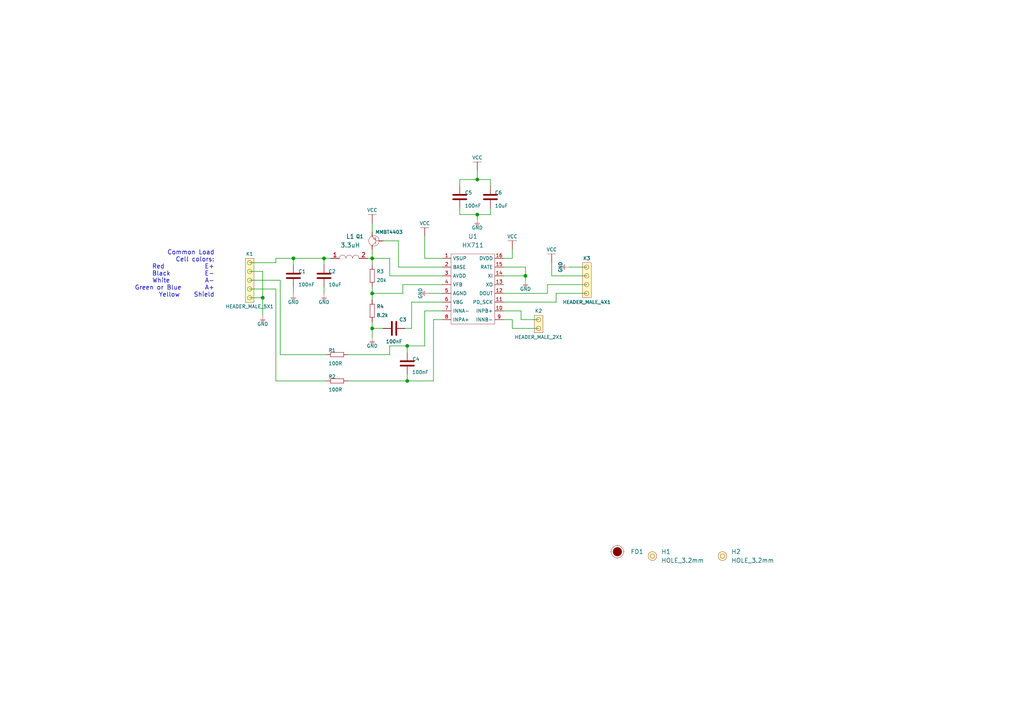
<source format=kicad_sch>
(kicad_sch (version 20210126) (generator eeschema)

  (paper "A4")

  (lib_symbols
    (symbol "e-radionica.com schematics:0603C" (pin_numbers hide) (pin_names (offset 0.002)) (in_bom yes) (on_board yes)
      (property "Reference" "C" (id 0) (at -0.635 3.175 0)
        (effects (font (size 1 1)))
      )
      (property "Value" "0603C" (id 1) (at 0 -3.175 0)
        (effects (font (size 1 1)))
      )
      (property "Footprint" "e-radionica.com footprinti:0603C" (id 2) (at 0 0 0)
        (effects (font (size 1 1)) hide)
      )
      (property "Datasheet" "" (id 3) (at 0 0 0)
        (effects (font (size 1 1)) hide)
      )
      (symbol "0603C_0_1"
        (polyline
          (pts
            (xy -0.635 1.905)
            (xy -0.635 -1.905)
          )
          (stroke (width 0.5)) (fill (type none))
        )
        (polyline
          (pts
            (xy 0.635 1.905)
            (xy 0.635 -1.905)
          )
          (stroke (width 0.5)) (fill (type none))
        )
      )
      (symbol "0603C_1_1"
        (pin passive line (at 3.175 0 180) (length 2.54)
          (name "~" (effects (font (size 1.27 1.27))))
          (number "2" (effects (font (size 1.27 1.27))))
        )
        (pin passive line (at -3.175 0 0) (length 2.54)
          (name "~" (effects (font (size 1.27 1.27))))
          (number "1" (effects (font (size 1.27 1.27))))
        )
      )
    )
    (symbol "e-radionica.com schematics:0603L" (in_bom yes) (on_board yes)
      (property "Reference" "L" (id 0) (at 0 1.905 0)
        (effects (font (size 1.27 1.27)))
      )
      (property "Value" "0603L" (id 1) (at 0 -1.27 0)
        (effects (font (size 1.27 1.27)))
      )
      (property "Footprint" "e-radionica.com footprinti:0603L" (id 2) (at 0 -1.27 0)
        (effects (font (size 1.27 1.27)) hide)
      )
      (property "Datasheet" "" (id 3) (at 0 -1.27 0)
        (effects (font (size 1.27 1.27)) hide)
      )
      (symbol "0603L_0_1"
        (arc (start -3.175 0) (end -1.27 0) (radius (at -2.2225 -0.0138) (length 0.9526) (angles 179.2 0.8))
          (stroke (width 0.0006)) (fill (type none))
        )
        (arc (start -1.27 0) (end 0.635 0) (radius (at -0.3175 -0.0138) (length 0.9526) (angles 179.2 0.8))
          (stroke (width 0.0006)) (fill (type none))
        )
        (arc (start 0.635 0) (end 2.54 0) (radius (at 1.5875 -0.0138) (length 0.9526) (angles 179.2 0.8))
          (stroke (width 0.0006)) (fill (type none))
        )
      )
      (symbol "0603L_1_1"
        (pin passive line (at -5.715 0 0) (length 2.54)
          (name "" (effects (font (size 1.27 1.27))))
          (number "1" (effects (font (size 1.27 1.27))))
        )
        (pin passive line (at 5.08 0 180) (length 2.54)
          (name "" (effects (font (size 1.27 1.27))))
          (number "2" (effects (font (size 1.27 1.27))))
        )
      )
    )
    (symbol "e-radionica.com schematics:0603R" (pin_numbers hide) (pin_names (offset 0.254)) (in_bom yes) (on_board yes)
      (property "Reference" "R" (id 0) (at -1.905 1.905 0)
        (effects (font (size 1 1)))
      )
      (property "Value" "0603R" (id 1) (at 0 -1.905 0)
        (effects (font (size 1 1)))
      )
      (property "Footprint" "e-radionica.com footprinti:0603R" (id 2) (at -0.635 1.905 0)
        (effects (font (size 1 1)) hide)
      )
      (property "Datasheet" "" (id 3) (at -0.635 1.905 0)
        (effects (font (size 1 1)) hide)
      )
      (symbol "0603R_0_1"
        (rectangle (start -1.905 0.635) (end -1.8796 -0.635)
          (stroke (width 0.1)) (fill (type none))
        )
        (rectangle (start -1.905 0.635) (end 1.905 0.6096)
          (stroke (width 0.1)) (fill (type none))
        )
        (rectangle (start -1.905 -0.635) (end 1.905 -0.6604)
          (stroke (width 0.1)) (fill (type none))
        )
        (rectangle (start 1.905 0.635) (end 1.9304 -0.635)
          (stroke (width 0.1)) (fill (type none))
        )
      )
      (symbol "0603R_1_1"
        (pin passive line (at -3.175 0 0) (length 1.27)
          (name "~" (effects (font (size 1.27 1.27))))
          (number "1" (effects (font (size 1.27 1.27))))
        )
        (pin passive line (at 3.175 0 180) (length 1.27)
          (name "~" (effects (font (size 1.27 1.27))))
          (number "2" (effects (font (size 1.27 1.27))))
        )
      )
    )
    (symbol "e-radionica.com schematics:1206C" (pin_numbers hide) (in_bom yes) (on_board yes)
      (property "Reference" "C" (id 0) (at -0.635 3.175 0)
        (effects (font (size 1 1)))
      )
      (property "Value" "1206C" (id 1) (at 0 -3.175 0)
        (effects (font (size 1 1)))
      )
      (property "Footprint" "e-radionica.com footprinti:1206C" (id 2) (at 0 0 0)
        (effects (font (size 1 1)) hide)
      )
      (property "Datasheet" "" (id 3) (at 0 0 0)
        (effects (font (size 1 1)) hide)
      )
      (symbol "1206C_0_1"
        (polyline
          (pts
            (xy -0.635 1.905)
            (xy -0.635 -1.905)
          )
          (stroke (width 0.5)) (fill (type none))
        )
        (polyline
          (pts
            (xy 0.635 1.905)
            (xy 0.635 -1.905)
          )
          (stroke (width 0.5)) (fill (type none))
        )
      )
      (symbol "1206C_1_1"
        (pin passive line (at 3.175 0 180) (length 2.54)
          (name "~" (effects (font (size 1.27 1.27))))
          (number "2" (effects (font (size 1.27 1.27))))
        )
        (pin passive line (at -3.175 0 0) (length 2.54)
          (name "~" (effects (font (size 1.27 1.27))))
          (number "1" (effects (font (size 1.27 1.27))))
        )
      )
    )
    (symbol "e-radionica.com schematics:Fiducial_Stencil" (pin_numbers hide) (pin_names hide) (in_bom yes) (on_board yes)
      (property "Reference" "FD?" (id 0) (at 0 3.048 0)
        (effects (font (size 1.27 1.27)))
      )
      (property "Value" "Fiducial_Stencil" (id 1) (at 0 -2.794 0)
        (effects (font (size 1.27 1.27)) hide)
      )
      (property "Footprint" "e-radionica.com footprinti:FIDUCIAL_1MM_PASTE" (id 2) (at 0 -6.35 0)
        (effects (font (size 1.27 1.27)) hide)
      )
      (property "Datasheet" "" (id 3) (at 0 0 0)
        (effects (font (size 1.27 1.27)) hide)
      )
      (symbol "Fiducial_Stencil_0_1"
        (circle (center 0 0) (radius 1.7961) (stroke (width 0.0006)) (fill (type none)))
        (circle (center 0 0) (radius 1.27) (stroke (width 0.001)) (fill (type outline)))
        (polyline
          (pts
            (xy 1.778 0)
            (xy 2.032 0)
          )
          (stroke (width 0.0006)) (fill (type none))
        )
        (polyline
          (pts
            (xy 0 1.778)
            (xy 0 2.032)
          )
          (stroke (width 0.0006)) (fill (type none))
        )
        (polyline
          (pts
            (xy -1.778 0)
            (xy -2.032 0)
          )
          (stroke (width 0.0006)) (fill (type none))
        )
        (polyline
          (pts
            (xy 0 -1.778)
            (xy 0 -2.032)
          )
          (stroke (width 0.0006)) (fill (type none))
        )
      )
    )
    (symbol "e-radionica.com schematics:GND" (power) (pin_names (offset 0)) (in_bom yes) (on_board yes)
      (property "Reference" "#PWR" (id 0) (at 4.445 0 0)
        (effects (font (size 1 1)) hide)
      )
      (property "Value" "GND" (id 1) (at 0 -2.921 0)
        (effects (font (size 1 1)))
      )
      (property "Footprint" "" (id 2) (at 4.445 3.81 0)
        (effects (font (size 1 1)) hide)
      )
      (property "Datasheet" "" (id 3) (at 4.445 3.81 0)
        (effects (font (size 1 1)) hide)
      )
      (property "ki_keywords" "power-flag" (id 4) (at 0 0 0)
        (effects (font (size 1.27 1.27)) hide)
      )
      (property "ki_description" "Power symbol creates a global label with name \"+3V3\"" (id 5) (at 0 0 0)
        (effects (font (size 1.27 1.27)) hide)
      )
      (symbol "GND_0_1"
        (polyline
          (pts
            (xy 0 0)
            (xy 0 -1.27)
          )
          (stroke (width 0.0006)) (fill (type none))
        )
        (polyline
          (pts
            (xy -0.762 -1.27)
            (xy 0.762 -1.27)
          )
          (stroke (width 0.0006)) (fill (type none))
        )
        (polyline
          (pts
            (xy -0.381 -1.778)
            (xy 0.381 -1.778)
          )
          (stroke (width 0.0006)) (fill (type none))
        )
        (polyline
          (pts
            (xy -0.127 -2.032)
            (xy 0.127 -2.032)
          )
          (stroke (width 0.0006)) (fill (type none))
        )
        (polyline
          (pts
            (xy -0.635 -1.524)
            (xy 0.635 -1.524)
          )
          (stroke (width 0.0006)) (fill (type none))
        )
      )
      (symbol "GND_1_1"
        (pin power_in line (at 0 0 270) (length 0) hide
          (name "GND" (effects (font (size 1.27 1.27))))
          (number "1" (effects (font (size 1.27 1.27))))
        )
      )
    )
    (symbol "e-radionica.com schematics:HEADER_MALE_2X1" (pin_numbers hide) (pin_names hide) (in_bom yes) (on_board yes)
      (property "Reference" "K" (id 0) (at -1.27 5.08 0)
        (effects (font (size 1 1)))
      )
      (property "Value" "HEADER_MALE_2X1" (id 1) (at 0 -2.54 0)
        (effects (font (size 1 1)))
      )
      (property "Footprint" "e-radionica.com footprinti:HEADER_MALE_2X1" (id 2) (at 0 0 0)
        (effects (font (size 1 1)) hide)
      )
      (property "Datasheet" "" (id 3) (at 0 0 0)
        (effects (font (size 1 1)) hide)
      )
      (symbol "HEADER_MALE_2X1_0_1"
        (circle (center 0 2.54) (radius 0.635) (stroke (width 0.0006)) (fill (type none)))
        (circle (center 0 0) (radius 0.635) (stroke (width 0.0006)) (fill (type none)))
        (rectangle (start 1.27 -1.27) (end -1.27 3.81)
          (stroke (width 0.001)) (fill (type background))
        )
      )
      (symbol "HEADER_MALE_2X1_1_1"
        (pin passive line (at 0 0 180) (length 0)
          (name "~" (effects (font (size 1 1))))
          (number "1" (effects (font (size 1 1))))
        )
        (pin passive line (at 0 2.54 180) (length 0)
          (name "~" (effects (font (size 1 1))))
          (number "2" (effects (font (size 1 1))))
        )
      )
    )
    (symbol "e-radionica.com schematics:HEADER_MALE_4X1" (pin_numbers hide) (pin_names hide) (in_bom yes) (on_board yes)
      (property "Reference" "K" (id 0) (at -0.635 7.62 0)
        (effects (font (size 1 1)))
      )
      (property "Value" "HEADER_MALE_4X1" (id 1) (at 0 -5.08 0)
        (effects (font (size 1 1)))
      )
      (property "Footprint" "e-radionica.com footprinti:HEADER_MALE_4X1" (id 2) (at 0 -2.54 0)
        (effects (font (size 1 1)) hide)
      )
      (property "Datasheet" "" (id 3) (at 0 -2.54 0)
        (effects (font (size 1 1)) hide)
      )
      (symbol "HEADER_MALE_4X1_0_1"
        (circle (center 0 -2.54) (radius 0.635) (stroke (width 0.0006)) (fill (type none)))
        (circle (center 0 0) (radius 0.635) (stroke (width 0.0006)) (fill (type none)))
        (circle (center 0 2.54) (radius 0.635) (stroke (width 0.0006)) (fill (type none)))
        (circle (center 0 5.08) (radius 0.635) (stroke (width 0.0006)) (fill (type none)))
        (rectangle (start 1.27 -3.81) (end -1.27 6.35)
          (stroke (width 0.001)) (fill (type background))
        )
      )
      (symbol "HEADER_MALE_4X1_1_1"
        (pin passive line (at 0 -2.54 180) (length 0)
          (name "~" (effects (font (size 1 1))))
          (number "1" (effects (font (size 1 1))))
        )
        (pin passive line (at 0 0 180) (length 0)
          (name "~" (effects (font (size 1 1))))
          (number "2" (effects (font (size 1 1))))
        )
        (pin passive line (at 0 2.54 180) (length 0)
          (name "~" (effects (font (size 1 1))))
          (number "3" (effects (font (size 1 1))))
        )
        (pin passive line (at 0 5.08 180) (length 0)
          (name "~" (effects (font (size 1 1))))
          (number "4" (effects (font (size 1 1))))
        )
      )
    )
    (symbol "e-radionica.com schematics:HEADER_MALE_5X1" (pin_numbers hide) (pin_names hide) (in_bom yes) (on_board yes)
      (property "Reference" "K" (id 0) (at -0.635 7.62 0)
        (effects (font (size 1 1)))
      )
      (property "Value" "HEADER_MALE_5X1" (id 1) (at 0.635 -7.62 0)
        (effects (font (size 1 1)))
      )
      (property "Footprint" "e-radionica.com footprinti:HEADER_MALE_5X1" (id 2) (at 0 0 0)
        (effects (font (size 1 1)) hide)
      )
      (property "Datasheet" "" (id 3) (at 0 0 0)
        (effects (font (size 1 1)) hide)
      )
      (symbol "HEADER_MALE_5X1_0_1"
        (circle (center 0 -5.08) (radius 0.635) (stroke (width 0.0006)) (fill (type none)))
        (circle (center 0 -2.54) (radius 0.635) (stroke (width 0.0006)) (fill (type none)))
        (circle (center 0 0) (radius 0.635) (stroke (width 0.0006)) (fill (type none)))
        (circle (center 0 2.54) (radius 0.635) (stroke (width 0.0006)) (fill (type none)))
        (circle (center 0 5.08) (radius 0.635) (stroke (width 0.0006)) (fill (type none)))
        (rectangle (start -1.27 6.35) (end 1.27 -6.35)
          (stroke (width 0.001)) (fill (type background))
        )
      )
      (symbol "HEADER_MALE_5X1_1_1"
        (pin passive line (at 0 -5.08 180) (length 0)
          (name "~" (effects (font (size 1 1))))
          (number "1" (effects (font (size 1 1))))
        )
        (pin passive line (at 0 -2.54 180) (length 0)
          (name "~" (effects (font (size 1 1))))
          (number "2" (effects (font (size 1 1))))
        )
        (pin passive line (at 0 0 180) (length 0)
          (name "~" (effects (font (size 1 1))))
          (number "3" (effects (font (size 1 1))))
        )
        (pin passive line (at 0 2.54 180) (length 0)
          (name "~" (effects (font (size 1 1))))
          (number "4" (effects (font (size 1 1))))
        )
        (pin passive line (at 0 5.08 180) (length 0)
          (name "~" (effects (font (size 0.991 0.991))))
          (number "5" (effects (font (size 0.991 0.991))))
        )
      )
    )
    (symbol "e-radionica.com schematics:HOLE_3.2mm" (pin_numbers hide) (pin_names hide) (in_bom yes) (on_board yes)
      (property "Reference" "H" (id 0) (at 0 2.54 0)
        (effects (font (size 1.27 1.27)))
      )
      (property "Value" "HOLE_3.2mm" (id 1) (at 0 -2.54 0)
        (effects (font (size 1.27 1.27)))
      )
      (property "Footprint" "e-radionica.com footprinti:HOLE_3.2mm" (id 2) (at 0 0 0)
        (effects (font (size 1.27 1.27)) hide)
      )
      (property "Datasheet" "" (id 3) (at 0 0 0)
        (effects (font (size 1.27 1.27)) hide)
      )
      (symbol "HOLE_3.2mm_0_1"
        (circle (center 0 0) (radius 1.27) (stroke (width 0.001)) (fill (type background)))
        (circle (center 0 0) (radius 0.635) (stroke (width 0.0006)) (fill (type none)))
      )
    )
    (symbol "e-radionica.com schematics:HX711" (in_bom yes) (on_board yes)
      (property "Reference" "U" (id 0) (at -1.27 7.62 0)
        (effects (font (size 1.27 1.27)))
      )
      (property "Value" "HX711" (id 1) (at 0 -11.43 0)
        (effects (font (size 1.27 1.27)))
      )
      (property "Footprint" "e-radionica.com footprinti:SOP-16" (id 2) (at -1.27 0 0)
        (effects (font (size 1.27 1.27)) hide)
      )
      (property "Datasheet" "" (id 3) (at 0 -5.08 0)
        (effects (font (size 1.27 1.27)) hide)
      )
      (symbol "HX711_0_1"
        (rectangle (start -6.35 10.16) (end 6.35 -10.16)
          (stroke (width 0.0006)) (fill (type none))
        )
      )
      (symbol "HX711_1_1"
        (pin power_in line (at -8.89 8.89 0) (length 2.54)
          (name "VSUP" (effects (font (size 1 1))))
          (number "1" (effects (font (size 1 1))))
        )
        (pin output line (at -8.89 6.35 0) (length 2.54)
          (name "BASE" (effects (font (size 1 1))))
          (number "2" (effects (font (size 1 1))))
        )
        (pin power_in line (at -8.89 3.81 0) (length 2.54)
          (name "AVDD" (effects (font (size 1 1))))
          (number "3" (effects (font (size 1 1))))
        )
        (pin input line (at -8.89 1.27 0) (length 2.54)
          (name "VFB" (effects (font (size 1 1))))
          (number "4" (effects (font (size 1 1))))
        )
        (pin passive line (at -8.89 -1.27 0) (length 2.54)
          (name "AGND" (effects (font (size 1 1))))
          (number "5" (effects (font (size 1 1))))
        )
        (pin output line (at -8.89 -3.81 0) (length 2.54)
          (name "VBG" (effects (font (size 1 1))))
          (number "6" (effects (font (size 1 1))))
        )
        (pin input line (at -8.89 -6.35 0) (length 2.54)
          (name "INNA-" (effects (font (size 1 1))))
          (number "7" (effects (font (size 1 1))))
        )
        (pin input line (at -8.89 -8.89 0) (length 2.54)
          (name "INPA+" (effects (font (size 1 1))))
          (number "8" (effects (font (size 1 1))))
        )
        (pin input line (at 8.89 -8.89 180) (length 2.54)
          (name "INNB-" (effects (font (size 1 1))))
          (number "9" (effects (font (size 1 1))))
        )
        (pin input line (at 8.89 -6.35 180) (length 2.54)
          (name "INPB+" (effects (font (size 1 1))))
          (number "10" (effects (font (size 1 1))))
        )
        (pin input line (at 8.89 -3.81 180) (length 2.54)
          (name "PD_SCK" (effects (font (size 1 1))))
          (number "11" (effects (font (size 1 1))))
        )
        (pin output line (at 8.89 -1.27 180) (length 2.54)
          (name "DOUT" (effects (font (size 1 1))))
          (number "12" (effects (font (size 1 1))))
        )
        (pin input line (at 8.89 1.27 180) (length 2.54)
          (name "XO" (effects (font (size 1 1))))
          (number "13" (effects (font (size 1 1))))
        )
        (pin input line (at 8.89 3.81 180) (length 2.54)
          (name "XI" (effects (font (size 1 1))))
          (number "14" (effects (font (size 1 1))))
        )
        (pin input line (at 8.89 6.35 180) (length 2.54)
          (name "RATE" (effects (font (size 1 1))))
          (number "15" (effects (font (size 1 1))))
        )
        (pin power_in line (at 8.89 8.89 180) (length 2.54)
          (name "DVDD" (effects (font (size 1 1))))
          (number "16" (effects (font (size 1 1))))
        )
      )
    )
    (symbol "e-radionica.com schematics:PNP-SOT-23-3" (pin_numbers hide) (pin_names hide) (in_bom yes) (on_board yes)
      (property "Reference" "Q" (id 0) (at -1.778 2.4892 0)
        (effects (font (size 1 1)))
      )
      (property "Value" "PNP-SOT-23-3" (id 1) (at -0.0508 -2.9464 0)
        (effects (font (size 1 1)))
      )
      (property "Footprint" "e-radionica.com footprinti:SOT-23-3" (id 2) (at 0 0 0)
        (effects (font (size 1 1)) hide)
      )
      (property "Datasheet" "" (id 3) (at 0 0 0)
        (effects (font (size 1 1)) hide)
      )
      (symbol "PNP-SOT-23-3_0_1"
        (circle (center -0.508 0) (radius 1.524) (stroke (width 0.0006)) (fill (type none)))
        (polyline
          (pts
            (xy -1.016 1.016)
            (xy -1.016 -1.016)
          )
          (stroke (width 0.0006)) (fill (type none))
        )
        (polyline
          (pts
            (xy -1.016 0.381)
            (xy 0 1.27)
          )
          (stroke (width 0.0006)) (fill (type none))
        )
        (polyline
          (pts
            (xy -0.508 -0.762)
            (xy 0 -1.27)
          )
          (stroke (width 0.1)) (fill (type none))
        )
        (polyline
          (pts
            (xy -2.032 0)
            (xy -1.016 0)
          )
          (stroke (width 0.0006)) (fill (type none))
        )
        (polyline
          (pts
            (xy -0.381 -0.508)
            (xy -0.762 -0.889)
            (xy -0.9906 -0.2794)
            (xy -0.381 -0.508)
          )
          (stroke (width 0.0006)) (fill (type none))
        )
      )
      (symbol "PNP-SOT-23-3_1_1"
        (pin passive line (at -3.175 0 0) (length 1.27)
          (name "B" (effects (font (size 1 1))))
          (number "1" (effects (font (size 1 1))))
        )
        (pin passive line (at 0 -2.54 90) (length 1.27)
          (name "E" (effects (font (size 1 1))))
          (number "2" (effects (font (size 1 1))))
        )
        (pin passive line (at 0 2.54 270) (length 1.27)
          (name "C" (effects (font (size 1 1))))
          (number "3" (effects (font (size 1 1))))
        )
      )
    )
    (symbol "e-radionica.com schematics:VCC" (power) (pin_names (offset 0)) (in_bom yes) (on_board yes)
      (property "Reference" "#PWR" (id 0) (at 4.445 0 0)
        (effects (font (size 1 1)) hide)
      )
      (property "Value" "VCC" (id 1) (at 0 3.556 0)
        (effects (font (size 1 1)))
      )
      (property "Footprint" "" (id 2) (at 4.445 3.81 0)
        (effects (font (size 1 1)) hide)
      )
      (property "Datasheet" "" (id 3) (at 4.445 3.81 0)
        (effects (font (size 1 1)) hide)
      )
      (property "ki_keywords" "power-flag" (id 4) (at 0 0 0)
        (effects (font (size 1.27 1.27)) hide)
      )
      (property "ki_description" "Power symbol creates a global label with name \"+3V3\"" (id 5) (at 0 0 0)
        (effects (font (size 1.27 1.27)) hide)
      )
      (symbol "VCC_0_1"
        (polyline
          (pts
            (xy 0 0)
            (xy 0 2.54)
          )
          (stroke (width 0)) (fill (type none))
        )
        (polyline
          (pts
            (xy -1.27 2.54)
            (xy 1.27 2.54)
          )
          (stroke (width 0.0006)) (fill (type none))
        )
      )
      (symbol "VCC_1_1"
        (pin power_in line (at 0 0 90) (length 0) hide
          (name "VCC" (effects (font (size 1.27 1.27))))
          (number "1" (effects (font (size 1.27 1.27))))
        )
      )
    )
  )

  (junction (at 76.2 86.36) (diameter 0.9144) (color 0 0 0 0))
  (junction (at 85.09 74.93) (diameter 0.9144) (color 0 0 0 0))
  (junction (at 93.98 74.93) (diameter 0.9144) (color 0 0 0 0))
  (junction (at 107.95 74.93) (diameter 0.9144) (color 0 0 0 0))
  (junction (at 107.95 85.09) (diameter 0.9144) (color 0 0 0 0))
  (junction (at 107.95 95.25) (diameter 0.9144) (color 0 0 0 0))
  (junction (at 118.11 100.33) (diameter 0.9144) (color 0 0 0 0))
  (junction (at 118.11 110.49) (diameter 0.9144) (color 0 0 0 0))
  (junction (at 138.43 52.07) (diameter 0.9144) (color 0 0 0 0))
  (junction (at 138.43 62.23) (diameter 0.9144) (color 0 0 0 0))
  (junction (at 152.4 80.01) (diameter 0.9144) (color 0 0 0 0))

  (wire (pts (xy 72.39 76.2) (xy 80.01 76.2))
    (stroke (width 0) (type solid) (color 0 0 0 0))
    (uuid 7c4c414e-a41b-4c81-a374-35e829ee6827)
  )
  (wire (pts (xy 72.39 78.74) (xy 76.2 78.74))
    (stroke (width 0) (type solid) (color 0 0 0 0))
    (uuid 3ce15976-d493-45a3-aaeb-2a693e11110f)
  )
  (wire (pts (xy 72.39 81.28) (xy 81.28 81.28))
    (stroke (width 0) (type solid) (color 0 0 0 0))
    (uuid f2e913a3-5ddd-45cd-aed7-938b737c0f23)
  )
  (wire (pts (xy 72.39 83.82) (xy 80.01 83.82))
    (stroke (width 0) (type solid) (color 0 0 0 0))
    (uuid 14e64190-d79d-4da8-ad38-c7d3ad2724c7)
  )
  (wire (pts (xy 72.39 86.36) (xy 76.2 86.36))
    (stroke (width 0) (type solid) (color 0 0 0 0))
    (uuid d56ef627-208a-48ec-a08e-c581703a93a1)
  )
  (wire (pts (xy 76.2 78.74) (xy 76.2 86.36))
    (stroke (width 0) (type solid) (color 0 0 0 0))
    (uuid 3ce15976-d493-45a3-aaeb-2a693e11110f)
  )
  (wire (pts (xy 76.2 86.36) (xy 76.2 91.44))
    (stroke (width 0) (type solid) (color 0 0 0 0))
    (uuid d56ef627-208a-48ec-a08e-c581703a93a1)
  )
  (wire (pts (xy 80.01 74.93) (xy 85.09 74.93))
    (stroke (width 0) (type solid) (color 0 0 0 0))
    (uuid 7c4c414e-a41b-4c81-a374-35e829ee6827)
  )
  (wire (pts (xy 80.01 76.2) (xy 80.01 74.93))
    (stroke (width 0) (type solid) (color 0 0 0 0))
    (uuid 7c4c414e-a41b-4c81-a374-35e829ee6827)
  )
  (wire (pts (xy 80.01 83.82) (xy 80.01 110.49))
    (stroke (width 0) (type solid) (color 0 0 0 0))
    (uuid 14e64190-d79d-4da8-ad38-c7d3ad2724c7)
  )
  (wire (pts (xy 80.01 110.49) (xy 94.615 110.49))
    (stroke (width 0) (type solid) (color 0 0 0 0))
    (uuid 14e64190-d79d-4da8-ad38-c7d3ad2724c7)
  )
  (wire (pts (xy 81.28 102.87) (xy 81.28 81.28))
    (stroke (width 0) (type solid) (color 0 0 0 0))
    (uuid f2e913a3-5ddd-45cd-aed7-938b737c0f23)
  )
  (wire (pts (xy 85.09 74.93) (xy 85.09 76.835))
    (stroke (width 0) (type solid) (color 0 0 0 0))
    (uuid d7725386-2671-418c-9f32-af557b6fc95e)
  )
  (wire (pts (xy 85.09 83.185) (xy 85.09 85.09))
    (stroke (width 0) (type solid) (color 0 0 0 0))
    (uuid 64d3590b-67ef-4375-b5e2-357bfd94987f)
  )
  (wire (pts (xy 93.98 74.93) (xy 85.09 74.93))
    (stroke (width 0) (type solid) (color 0 0 0 0))
    (uuid d7725386-2671-418c-9f32-af557b6fc95e)
  )
  (wire (pts (xy 93.98 74.93) (xy 95.885 74.93))
    (stroke (width 0) (type solid) (color 0 0 0 0))
    (uuid 4445e1fd-edd4-4334-b5de-d25a1ac87cde)
  )
  (wire (pts (xy 93.98 76.835) (xy 93.98 74.93))
    (stroke (width 0) (type solid) (color 0 0 0 0))
    (uuid d7725386-2671-418c-9f32-af557b6fc95e)
  )
  (wire (pts (xy 93.98 83.185) (xy 93.98 85.09))
    (stroke (width 0) (type solid) (color 0 0 0 0))
    (uuid f1914c05-3965-4fc1-b047-be288bc3782c)
  )
  (wire (pts (xy 94.615 102.87) (xy 81.28 102.87))
    (stroke (width 0) (type solid) (color 0 0 0 0))
    (uuid f2e913a3-5ddd-45cd-aed7-938b737c0f23)
  )
  (wire (pts (xy 100.965 102.87) (xy 113.03 102.87))
    (stroke (width 0) (type solid) (color 0 0 0 0))
    (uuid 09cfa63d-d432-47f3-8cc1-c3bfb0572eda)
  )
  (wire (pts (xy 100.965 110.49) (xy 118.11 110.49))
    (stroke (width 0) (type solid) (color 0 0 0 0))
    (uuid a0ece2eb-d32e-45d0-996a-eb243bc53f87)
  )
  (wire (pts (xy 106.68 74.93) (xy 107.95 74.93))
    (stroke (width 0) (type solid) (color 0 0 0 0))
    (uuid ebb722ca-f31f-4af4-b4e8-fde734303880)
  )
  (wire (pts (xy 107.95 64.77) (xy 107.95 67.31))
    (stroke (width 0) (type solid) (color 0 0 0 0))
    (uuid 39b7ecde-455c-4471-b720-bf1e15a409a2)
  )
  (wire (pts (xy 107.95 74.93) (xy 107.95 72.39))
    (stroke (width 0) (type solid) (color 0 0 0 0))
    (uuid e6bd68b9-6518-4d4e-8d32-2ea4f09495ef)
  )
  (wire (pts (xy 107.95 74.93) (xy 107.95 76.835))
    (stroke (width 0) (type solid) (color 0 0 0 0))
    (uuid af00b16c-7f0a-4db3-adbf-f0d58dfcddfb)
  )
  (wire (pts (xy 107.95 83.185) (xy 107.95 85.09))
    (stroke (width 0) (type solid) (color 0 0 0 0))
    (uuid bf232ef5-3dd7-4df0-9a2f-edca4afbae95)
  )
  (wire (pts (xy 107.95 85.09) (xy 107.95 86.995))
    (stroke (width 0) (type solid) (color 0 0 0 0))
    (uuid bf232ef5-3dd7-4df0-9a2f-edca4afbae95)
  )
  (wire (pts (xy 107.95 93.345) (xy 107.95 95.25))
    (stroke (width 0) (type solid) (color 0 0 0 0))
    (uuid e821272c-256f-43f2-91b4-3a83e0972f2a)
  )
  (wire (pts (xy 107.95 95.25) (xy 107.95 97.79))
    (stroke (width 0) (type solid) (color 0 0 0 0))
    (uuid cd7bc1f5-f06e-4331-a548-7c7cccd3a3d8)
  )
  (wire (pts (xy 111.125 95.25) (xy 107.95 95.25))
    (stroke (width 0) (type solid) (color 0 0 0 0))
    (uuid 623ffc7b-0eaa-44cd-badc-56e9b4893303)
  )
  (wire (pts (xy 113.03 74.93) (xy 107.95 74.93))
    (stroke (width 0) (type solid) (color 0 0 0 0))
    (uuid e6bd68b9-6518-4d4e-8d32-2ea4f09495ef)
  )
  (wire (pts (xy 113.03 80.01) (xy 113.03 74.93))
    (stroke (width 0) (type solid) (color 0 0 0 0))
    (uuid e6bd68b9-6518-4d4e-8d32-2ea4f09495ef)
  )
  (wire (pts (xy 113.03 80.01) (xy 128.27 80.01))
    (stroke (width 0) (type solid) (color 0 0 0 0))
    (uuid e6bd68b9-6518-4d4e-8d32-2ea4f09495ef)
  )
  (wire (pts (xy 113.03 100.33) (xy 118.11 100.33))
    (stroke (width 0) (type solid) (color 0 0 0 0))
    (uuid 09cfa63d-d432-47f3-8cc1-c3bfb0572eda)
  )
  (wire (pts (xy 113.03 102.87) (xy 113.03 100.33))
    (stroke (width 0) (type solid) (color 0 0 0 0))
    (uuid 09cfa63d-d432-47f3-8cc1-c3bfb0572eda)
  )
  (wire (pts (xy 115.57 69.85) (xy 111.125 69.85))
    (stroke (width 0) (type solid) (color 0 0 0 0))
    (uuid d6942ae7-7cfe-4e04-ad32-eec7446401c3)
  )
  (wire (pts (xy 115.57 77.47) (xy 115.57 69.85))
    (stroke (width 0) (type solid) (color 0 0 0 0))
    (uuid d6942ae7-7cfe-4e04-ad32-eec7446401c3)
  )
  (wire (pts (xy 115.57 77.47) (xy 128.27 77.47))
    (stroke (width 0) (type solid) (color 0 0 0 0))
    (uuid 7d060a42-564a-44ba-975a-c1bac341dfe8)
  )
  (wire (pts (xy 116.84 82.55) (xy 116.84 85.09))
    (stroke (width 0) (type solid) (color 0 0 0 0))
    (uuid 919a8bc8-fb48-4e65-ba92-9207bae9dc6c)
  )
  (wire (pts (xy 116.84 85.09) (xy 107.95 85.09))
    (stroke (width 0) (type solid) (color 0 0 0 0))
    (uuid 919a8bc8-fb48-4e65-ba92-9207bae9dc6c)
  )
  (wire (pts (xy 117.475 95.25) (xy 119.38 95.25))
    (stroke (width 0) (type solid) (color 0 0 0 0))
    (uuid eeea8100-5b77-4b13-b614-a1c606898034)
  )
  (wire (pts (xy 118.11 100.33) (xy 123.19 100.33))
    (stroke (width 0) (type solid) (color 0 0 0 0))
    (uuid 31efb656-33ff-4d61-a600-0f7bfdc663c2)
  )
  (wire (pts (xy 118.11 102.235) (xy 118.11 100.33))
    (stroke (width 0) (type solid) (color 0 0 0 0))
    (uuid 31efb656-33ff-4d61-a600-0f7bfdc663c2)
  )
  (wire (pts (xy 118.11 108.585) (xy 118.11 110.49))
    (stroke (width 0) (type solid) (color 0 0 0 0))
    (uuid 087ec55f-5866-47bb-92dc-39db9c5c8736)
  )
  (wire (pts (xy 118.11 110.49) (xy 125.73 110.49))
    (stroke (width 0) (type solid) (color 0 0 0 0))
    (uuid 087ec55f-5866-47bb-92dc-39db9c5c8736)
  )
  (wire (pts (xy 119.38 87.63) (xy 128.27 87.63))
    (stroke (width 0) (type solid) (color 0 0 0 0))
    (uuid 6b6318a7-7d77-419d-9748-2956cae82be9)
  )
  (wire (pts (xy 119.38 95.25) (xy 119.38 87.63))
    (stroke (width 0) (type solid) (color 0 0 0 0))
    (uuid eeea8100-5b77-4b13-b614-a1c606898034)
  )
  (wire (pts (xy 123.19 74.93) (xy 123.19 68.58))
    (stroke (width 0) (type solid) (color 0 0 0 0))
    (uuid cfeda0c5-2f29-464d-9563-ae1a18ee7842)
  )
  (wire (pts (xy 123.19 90.17) (xy 128.27 90.17))
    (stroke (width 0) (type solid) (color 0 0 0 0))
    (uuid 31efb656-33ff-4d61-a600-0f7bfdc663c2)
  )
  (wire (pts (xy 123.19 100.33) (xy 123.19 90.17))
    (stroke (width 0) (type solid) (color 0 0 0 0))
    (uuid 31efb656-33ff-4d61-a600-0f7bfdc663c2)
  )
  (wire (pts (xy 124.46 85.09) (xy 128.27 85.09))
    (stroke (width 0) (type solid) (color 0 0 0 0))
    (uuid d49e8515-b3d7-4fb0-bfa4-0e5be85202d9)
  )
  (wire (pts (xy 125.73 92.71) (xy 128.27 92.71))
    (stroke (width 0) (type solid) (color 0 0 0 0))
    (uuid 087ec55f-5866-47bb-92dc-39db9c5c8736)
  )
  (wire (pts (xy 125.73 110.49) (xy 125.73 92.71))
    (stroke (width 0) (type solid) (color 0 0 0 0))
    (uuid 087ec55f-5866-47bb-92dc-39db9c5c8736)
  )
  (wire (pts (xy 128.27 74.93) (xy 123.19 74.93))
    (stroke (width 0) (type solid) (color 0 0 0 0))
    (uuid cfeda0c5-2f29-464d-9563-ae1a18ee7842)
  )
  (wire (pts (xy 128.27 82.55) (xy 116.84 82.55))
    (stroke (width 0) (type solid) (color 0 0 0 0))
    (uuid 919a8bc8-fb48-4e65-ba92-9207bae9dc6c)
  )
  (wire (pts (xy 133.35 52.07) (xy 138.43 52.07))
    (stroke (width 0) (type solid) (color 0 0 0 0))
    (uuid 9ee89e6b-d98c-43f4-ba74-f104110ec0ae)
  )
  (wire (pts (xy 133.35 53.975) (xy 133.35 52.07))
    (stroke (width 0) (type solid) (color 0 0 0 0))
    (uuid 9ee89e6b-d98c-43f4-ba74-f104110ec0ae)
  )
  (wire (pts (xy 133.35 60.325) (xy 133.35 62.23))
    (stroke (width 0) (type solid) (color 0 0 0 0))
    (uuid 72d10612-faa0-465c-860b-bf9dff2c5f65)
  )
  (wire (pts (xy 133.35 62.23) (xy 138.43 62.23))
    (stroke (width 0) (type solid) (color 0 0 0 0))
    (uuid 72d10612-faa0-465c-860b-bf9dff2c5f65)
  )
  (wire (pts (xy 138.43 52.07) (xy 138.43 49.53))
    (stroke (width 0) (type solid) (color 0 0 0 0))
    (uuid 9ee89e6b-d98c-43f4-ba74-f104110ec0ae)
  )
  (wire (pts (xy 138.43 62.23) (xy 138.43 63.5))
    (stroke (width 0) (type solid) (color 0 0 0 0))
    (uuid 72d10612-faa0-465c-860b-bf9dff2c5f65)
  )
  (wire (pts (xy 142.24 52.07) (xy 138.43 52.07))
    (stroke (width 0) (type solid) (color 0 0 0 0))
    (uuid 77548ad7-bd06-47dc-9bec-41675ec4e5c9)
  )
  (wire (pts (xy 142.24 53.975) (xy 142.24 52.07))
    (stroke (width 0) (type solid) (color 0 0 0 0))
    (uuid 77548ad7-bd06-47dc-9bec-41675ec4e5c9)
  )
  (wire (pts (xy 142.24 60.325) (xy 142.24 62.23))
    (stroke (width 0) (type solid) (color 0 0 0 0))
    (uuid 6beb9dde-7a1f-4e99-813c-e13efe793501)
  )
  (wire (pts (xy 142.24 62.23) (xy 138.43 62.23))
    (stroke (width 0) (type solid) (color 0 0 0 0))
    (uuid 6beb9dde-7a1f-4e99-813c-e13efe793501)
  )
  (wire (pts (xy 146.05 74.93) (xy 148.59 74.93))
    (stroke (width 0) (type solid) (color 0 0 0 0))
    (uuid 63bf7f8b-2832-49d6-8e01-66d32d4cff96)
  )
  (wire (pts (xy 146.05 77.47) (xy 152.4 77.47))
    (stroke (width 0) (type solid) (color 0 0 0 0))
    (uuid 88ec2b36-fc35-41c5-91e7-a6df70789fc6)
  )
  (wire (pts (xy 146.05 80.01) (xy 152.4 80.01))
    (stroke (width 0) (type solid) (color 0 0 0 0))
    (uuid 5f13e10f-75e6-4583-a062-10d2364bae2f)
  )
  (wire (pts (xy 146.05 85.09) (xy 158.75 85.09))
    (stroke (width 0) (type solid) (color 0 0 0 0))
    (uuid 3332c6bd-c8cc-427c-87f0-5617d84e1871)
  )
  (wire (pts (xy 146.05 87.63) (xy 161.29 87.63))
    (stroke (width 0) (type solid) (color 0 0 0 0))
    (uuid 07530e2c-43d7-42be-8585-2cd0f6140bdf)
  )
  (wire (pts (xy 146.05 92.71) (xy 148.59 92.71))
    (stroke (width 0) (type solid) (color 0 0 0 0))
    (uuid 52dea7ea-9b5b-43c6-be2d-b00874a1174e)
  )
  (wire (pts (xy 148.59 74.93) (xy 148.59 72.39))
    (stroke (width 0) (type solid) (color 0 0 0 0))
    (uuid 63bf7f8b-2832-49d6-8e01-66d32d4cff96)
  )
  (wire (pts (xy 148.59 92.71) (xy 148.59 95.25))
    (stroke (width 0) (type solid) (color 0 0 0 0))
    (uuid 52dea7ea-9b5b-43c6-be2d-b00874a1174e)
  )
  (wire (pts (xy 148.59 95.25) (xy 156.21 95.25))
    (stroke (width 0) (type solid) (color 0 0 0 0))
    (uuid 52dea7ea-9b5b-43c6-be2d-b00874a1174e)
  )
  (wire (pts (xy 151.13 90.17) (xy 146.05 90.17))
    (stroke (width 0) (type solid) (color 0 0 0 0))
    (uuid 00c74706-4f3e-4973-b62b-bd31dfd0337f)
  )
  (wire (pts (xy 151.13 92.71) (xy 151.13 90.17))
    (stroke (width 0) (type solid) (color 0 0 0 0))
    (uuid 00c74706-4f3e-4973-b62b-bd31dfd0337f)
  )
  (wire (pts (xy 152.4 77.47) (xy 152.4 80.01))
    (stroke (width 0) (type solid) (color 0 0 0 0))
    (uuid 88ec2b36-fc35-41c5-91e7-a6df70789fc6)
  )
  (wire (pts (xy 152.4 80.01) (xy 152.4 81.28))
    (stroke (width 0) (type solid) (color 0 0 0 0))
    (uuid 5f13e10f-75e6-4583-a062-10d2364bae2f)
  )
  (wire (pts (xy 156.21 92.71) (xy 151.13 92.71))
    (stroke (width 0) (type solid) (color 0 0 0 0))
    (uuid 00c74706-4f3e-4973-b62b-bd31dfd0337f)
  )
  (wire (pts (xy 158.75 82.55) (xy 170.18 82.55))
    (stroke (width 0) (type solid) (color 0 0 0 0))
    (uuid 3332c6bd-c8cc-427c-87f0-5617d84e1871)
  )
  (wire (pts (xy 158.75 85.09) (xy 158.75 82.55))
    (stroke (width 0) (type solid) (color 0 0 0 0))
    (uuid 3332c6bd-c8cc-427c-87f0-5617d84e1871)
  )
  (wire (pts (xy 160.02 80.01) (xy 160.02 76.2))
    (stroke (width 0) (type solid) (color 0 0 0 0))
    (uuid c9b99815-45b5-4630-9758-f7a32bbc3482)
  )
  (wire (pts (xy 161.29 85.09) (xy 170.18 85.09))
    (stroke (width 0) (type solid) (color 0 0 0 0))
    (uuid 07530e2c-43d7-42be-8585-2cd0f6140bdf)
  )
  (wire (pts (xy 161.29 87.63) (xy 161.29 85.09))
    (stroke (width 0) (type solid) (color 0 0 0 0))
    (uuid 07530e2c-43d7-42be-8585-2cd0f6140bdf)
  )
  (wire (pts (xy 165.1 77.47) (xy 170.18 77.47))
    (stroke (width 0) (type solid) (color 0 0 0 0))
    (uuid 30c14070-058c-4c7b-8510-4c2b4055f91e)
  )
  (wire (pts (xy 170.18 80.01) (xy 160.02 80.01))
    (stroke (width 0) (type solid) (color 0 0 0 0))
    (uuid c9b99815-45b5-4630-9758-f7a32bbc3482)
  )

  (text "Common Load\nCell colors:\n			Red			E+\n			Black		E-\n			White		A-\n		Green or Blue	A+\n			Yellow	Shield"
    (at 62.23 86.36 0)
    (effects (font (size 1.27 1.27)) (justify right bottom))
    (uuid 078b5e31-23af-4591-b3c4-a11dccdd42c2)
  )

  (symbol (lib_id "e-radionica.com schematics:GND") (at 76.2 91.44 0) (unit 1)
    (in_bom yes) (on_board yes)
    (uuid 2ca32a18-2826-4a85-8ddd-1224dcb7ae3d)
    (property "Reference" "#PWR01" (id 0) (at 80.645 91.44 0)
      (effects (font (size 1 1)) hide)
    )
    (property "Value" "GND" (id 1) (at 76.2 93.98 0)
      (effects (font (size 1 1)))
    )
    (property "Footprint" "" (id 2) (at 80.645 87.63 0)
      (effects (font (size 1 1)) hide)
    )
    (property "Datasheet" "" (id 3) (at 80.645 87.63 0)
      (effects (font (size 1 1)) hide)
    )
    (pin "1" (uuid 03d4809d-e5cf-43fe-a7aa-df2ef360fdcd))
  )

  (symbol (lib_id "e-radionica.com schematics:GND") (at 85.09 85.09 0) (unit 1)
    (in_bom yes) (on_board yes)
    (uuid dbb7f5ee-1f23-488c-88a1-8ebfea900421)
    (property "Reference" "#PWR02" (id 0) (at 89.535 85.09 0)
      (effects (font (size 1 1)) hide)
    )
    (property "Value" "GND" (id 1) (at 85.09 87.63 0)
      (effects (font (size 1 1)))
    )
    (property "Footprint" "" (id 2) (at 89.535 81.28 0)
      (effects (font (size 1 1)) hide)
    )
    (property "Datasheet" "" (id 3) (at 89.535 81.28 0)
      (effects (font (size 1 1)) hide)
    )
    (pin "1" (uuid 03d4809d-e5cf-43fe-a7aa-df2ef360fdcd))
  )

  (symbol (lib_id "e-radionica.com schematics:GND") (at 93.98 85.09 0) (unit 1)
    (in_bom yes) (on_board yes)
    (uuid abbdcb2d-e386-4079-9f41-63d81071110c)
    (property "Reference" "#PWR03" (id 0) (at 98.425 85.09 0)
      (effects (font (size 1 1)) hide)
    )
    (property "Value" "GND" (id 1) (at 93.98 87.63 0)
      (effects (font (size 1 1)))
    )
    (property "Footprint" "" (id 2) (at 98.425 81.28 0)
      (effects (font (size 1 1)) hide)
    )
    (property "Datasheet" "" (id 3) (at 98.425 81.28 0)
      (effects (font (size 1 1)) hide)
    )
    (pin "1" (uuid 03d4809d-e5cf-43fe-a7aa-df2ef360fdcd))
  )

  (symbol (lib_id "e-radionica.com schematics:GND") (at 107.95 97.79 0) (unit 1)
    (in_bom yes) (on_board yes)
    (uuid c262f9c7-1cc8-4631-a939-c45194ff3b4d)
    (property "Reference" "#PWR05" (id 0) (at 112.395 97.79 0)
      (effects (font (size 1 1)) hide)
    )
    (property "Value" "GND" (id 1) (at 107.95 100.33 0)
      (effects (font (size 1 1)))
    )
    (property "Footprint" "" (id 2) (at 112.395 93.98 0)
      (effects (font (size 1 1)) hide)
    )
    (property "Datasheet" "" (id 3) (at 112.395 93.98 0)
      (effects (font (size 1 1)) hide)
    )
    (pin "1" (uuid 03d4809d-e5cf-43fe-a7aa-df2ef360fdcd))
  )

  (symbol (lib_id "e-radionica.com schematics:GND") (at 124.46 85.09 270) (unit 1)
    (in_bom yes) (on_board yes)
    (uuid 4dffda10-e2ba-41e2-900c-4b534ce251b4)
    (property "Reference" "#PWR07" (id 0) (at 124.46 89.535 0)
      (effects (font (size 1 1)) hide)
    )
    (property "Value" "GND" (id 1) (at 121.92 85.09 0)
      (effects (font (size 1 1)))
    )
    (property "Footprint" "" (id 2) (at 128.27 89.535 0)
      (effects (font (size 1 1)) hide)
    )
    (property "Datasheet" "" (id 3) (at 128.27 89.535 0)
      (effects (font (size 1 1)) hide)
    )
    (pin "1" (uuid 03d4809d-e5cf-43fe-a7aa-df2ef360fdcd))
  )

  (symbol (lib_id "e-radionica.com schematics:GND") (at 138.43 63.5 0) (unit 1)
    (in_bom yes) (on_board yes)
    (uuid b143addd-1bac-41c5-9472-c763a8d33872)
    (property "Reference" "#PWR013" (id 0) (at 142.875 63.5 0)
      (effects (font (size 1 1)) hide)
    )
    (property "Value" "GND" (id 1) (at 138.43 66.04 0)
      (effects (font (size 1 1)))
    )
    (property "Footprint" "" (id 2) (at 142.875 59.69 0)
      (effects (font (size 1 1)) hide)
    )
    (property "Datasheet" "" (id 3) (at 142.875 59.69 0)
      (effects (font (size 1 1)) hide)
    )
    (pin "1" (uuid 03d4809d-e5cf-43fe-a7aa-df2ef360fdcd))
  )

  (symbol (lib_id "e-radionica.com schematics:GND") (at 152.4 81.28 0) (unit 1)
    (in_bom yes) (on_board yes)
    (uuid 284b99a7-abe3-4553-8b3c-872bbd93f231)
    (property "Reference" "#PWR09" (id 0) (at 156.845 81.28 0)
      (effects (font (size 1 1)) hide)
    )
    (property "Value" "GND" (id 1) (at 152.4 83.82 0)
      (effects (font (size 1 1)))
    )
    (property "Footprint" "" (id 2) (at 156.845 77.47 0)
      (effects (font (size 1 1)) hide)
    )
    (property "Datasheet" "" (id 3) (at 156.845 77.47 0)
      (effects (font (size 1 1)) hide)
    )
    (pin "1" (uuid 03d4809d-e5cf-43fe-a7aa-df2ef360fdcd))
  )

  (symbol (lib_id "e-radionica.com schematics:GND") (at 165.1 77.47 270) (unit 1)
    (in_bom yes) (on_board yes)
    (uuid 7ad796c8-1777-4e36-aadd-14cb00d907f0)
    (property "Reference" "#PWR011" (id 0) (at 165.1 81.915 0)
      (effects (font (size 1 1)) hide)
    )
    (property "Value" "GND" (id 1) (at 162.56 77.47 0)
      (effects (font (size 1 1)))
    )
    (property "Footprint" "" (id 2) (at 168.91 81.915 0)
      (effects (font (size 1 1)) hide)
    )
    (property "Datasheet" "" (id 3) (at 168.91 81.915 0)
      (effects (font (size 1 1)) hide)
    )
    (pin "1" (uuid 03d4809d-e5cf-43fe-a7aa-df2ef360fdcd))
  )

  (symbol (lib_id "e-radionica.com schematics:HOLE_3.2mm") (at 189.23 161.29 0) (unit 1)
    (in_bom yes) (on_board yes)
    (uuid ea812d7d-fb84-4a59-b4b0-69e3a2196a01)
    (property "Reference" "H1" (id 0) (at 191.77 160.02 0)
      (effects (font (size 1.27 1.27)) (justify left))
    )
    (property "Value" "HOLE_3.2mm" (id 1) (at 191.77 162.56 0)
      (effects (font (size 1.27 1.27)) (justify left))
    )
    (property "Footprint" "e-radionica.com footprinti:HOLE_3.2mm" (id 2) (at 189.23 161.29 0)
      (effects (font (size 1.27 1.27)) hide)
    )
    (property "Datasheet" "" (id 3) (at 189.23 161.29 0)
      (effects (font (size 1.27 1.27)) hide)
    )
  )

  (symbol (lib_id "e-radionica.com schematics:HOLE_3.2mm") (at 209.55 161.29 0) (unit 1)
    (in_bom yes) (on_board yes)
    (uuid 1881af76-36f1-4f2d-98b0-a94ff4bb77a1)
    (property "Reference" "H2" (id 0) (at 212.09 160.02 0)
      (effects (font (size 1.27 1.27)) (justify left))
    )
    (property "Value" "HOLE_3.2mm" (id 1) (at 212.09 162.56 0)
      (effects (font (size 1.27 1.27)) (justify left))
    )
    (property "Footprint" "e-radionica.com footprinti:HOLE_3.2mm" (id 2) (at 209.55 161.29 0)
      (effects (font (size 1.27 1.27)) hide)
    )
    (property "Datasheet" "" (id 3) (at 209.55 161.29 0)
      (effects (font (size 1.27 1.27)) hide)
    )
  )

  (symbol (lib_id "e-radionica.com schematics:VCC") (at 107.95 64.77 0) (unit 1)
    (in_bom yes) (on_board yes)
    (uuid e08c6b4c-e54b-4014-8052-6a037d9c2999)
    (property "Reference" "#PWR04" (id 0) (at 112.395 64.77 0)
      (effects (font (size 1 1)) hide)
    )
    (property "Value" "VCC" (id 1) (at 107.95 60.96 0)
      (effects (font (size 1 1)))
    )
    (property "Footprint" "" (id 2) (at 112.395 60.96 0)
      (effects (font (size 1 1)) hide)
    )
    (property "Datasheet" "" (id 3) (at 112.395 60.96 0)
      (effects (font (size 1 1)) hide)
    )
    (pin "1" (uuid 37fea331-4302-4dcb-9329-d8922fe303b9))
  )

  (symbol (lib_id "e-radionica.com schematics:VCC") (at 123.19 68.58 0) (unit 1)
    (in_bom yes) (on_board yes)
    (uuid 7210cd12-2553-43fb-9475-146e5642e904)
    (property "Reference" "#PWR06" (id 0) (at 127.635 68.58 0)
      (effects (font (size 1 1)) hide)
    )
    (property "Value" "VCC" (id 1) (at 123.19 64.77 0)
      (effects (font (size 1 1)))
    )
    (property "Footprint" "" (id 2) (at 127.635 64.77 0)
      (effects (font (size 1 1)) hide)
    )
    (property "Datasheet" "" (id 3) (at 127.635 64.77 0)
      (effects (font (size 1 1)) hide)
    )
    (pin "1" (uuid 37fea331-4302-4dcb-9329-d8922fe303b9))
  )

  (symbol (lib_id "e-radionica.com schematics:VCC") (at 138.43 49.53 0) (unit 1)
    (in_bom yes) (on_board yes)
    (uuid 99087fb3-c576-4773-a555-335a27e65576)
    (property "Reference" "#PWR012" (id 0) (at 142.875 49.53 0)
      (effects (font (size 1 1)) hide)
    )
    (property "Value" "VCC" (id 1) (at 138.43 45.72 0)
      (effects (font (size 1 1)))
    )
    (property "Footprint" "" (id 2) (at 142.875 45.72 0)
      (effects (font (size 1 1)) hide)
    )
    (property "Datasheet" "" (id 3) (at 142.875 45.72 0)
      (effects (font (size 1 1)) hide)
    )
    (pin "1" (uuid 37fea331-4302-4dcb-9329-d8922fe303b9))
  )

  (symbol (lib_id "e-radionica.com schematics:VCC") (at 148.59 72.39 0) (unit 1)
    (in_bom yes) (on_board yes)
    (uuid d8391c46-31be-40c5-86a0-d7c6596bd333)
    (property "Reference" "#PWR08" (id 0) (at 153.035 72.39 0)
      (effects (font (size 1 1)) hide)
    )
    (property "Value" "VCC" (id 1) (at 148.59 68.58 0)
      (effects (font (size 1 1)))
    )
    (property "Footprint" "" (id 2) (at 153.035 68.58 0)
      (effects (font (size 1 1)) hide)
    )
    (property "Datasheet" "" (id 3) (at 153.035 68.58 0)
      (effects (font (size 1 1)) hide)
    )
    (pin "1" (uuid 37fea331-4302-4dcb-9329-d8922fe303b9))
  )

  (symbol (lib_id "e-radionica.com schematics:VCC") (at 160.02 76.2 0) (unit 1)
    (in_bom yes) (on_board yes)
    (uuid b32beb2f-7e47-4af3-bd85-46c4a225b639)
    (property "Reference" "#PWR010" (id 0) (at 164.465 76.2 0)
      (effects (font (size 1 1)) hide)
    )
    (property "Value" "VCC" (id 1) (at 160.02 72.39 0)
      (effects (font (size 1 1)))
    )
    (property "Footprint" "" (id 2) (at 164.465 72.39 0)
      (effects (font (size 1 1)) hide)
    )
    (property "Datasheet" "" (id 3) (at 164.465 72.39 0)
      (effects (font (size 1 1)) hide)
    )
    (pin "1" (uuid 37fea331-4302-4dcb-9329-d8922fe303b9))
  )

  (symbol (lib_id "e-radionica.com schematics:0603R") (at 97.79 102.87 180) (unit 1)
    (in_bom yes) (on_board yes)
    (uuid a1584e73-c19d-4702-b823-bb33afdb525c)
    (property "Reference" "R1" (id 0) (at 95.25 101.6 0)
      (effects (font (size 1 1)) (justify right))
    )
    (property "Value" "100R" (id 1) (at 95.25 105.41 0)
      (effects (font (size 1 1)) (justify right))
    )
    (property "Footprint" "e-radionica.com footprinti:0603R" (id 2) (at 98.425 104.775 0)
      (effects (font (size 1 1)) hide)
    )
    (property "Datasheet" "" (id 3) (at 98.425 104.775 0)
      (effects (font (size 1 1)) hide)
    )
    (pin "1" (uuid e7564140-e4f2-4c79-a70c-49c43ef31bb4))
    (pin "2" (uuid 6a189740-b364-4c14-aed8-87ed88d2efb7))
  )

  (symbol (lib_id "e-radionica.com schematics:0603R") (at 97.79 110.49 180) (unit 1)
    (in_bom yes) (on_board yes)
    (uuid d50f794b-3d2b-4747-9b20-75909fc84776)
    (property "Reference" "R2" (id 0) (at 95.25 109.22 0)
      (effects (font (size 1 1)) (justify right))
    )
    (property "Value" "100R" (id 1) (at 95.25 113.03 0)
      (effects (font (size 1 1)) (justify right))
    )
    (property "Footprint" "e-radionica.com footprinti:0603R" (id 2) (at 98.425 112.395 0)
      (effects (font (size 1 1)) hide)
    )
    (property "Datasheet" "" (id 3) (at 98.425 112.395 0)
      (effects (font (size 1 1)) hide)
    )
    (pin "1" (uuid e7564140-e4f2-4c79-a70c-49c43ef31bb4))
    (pin "2" (uuid 6a189740-b364-4c14-aed8-87ed88d2efb7))
  )

  (symbol (lib_id "e-radionica.com schematics:0603R") (at 107.95 80.01 90) (unit 1)
    (in_bom yes) (on_board yes)
    (uuid 02a4bf22-13f5-44ad-a201-613bafd27e19)
    (property "Reference" "R3" (id 0) (at 109.22 78.74 90)
      (effects (font (size 1 1)) (justify right))
    )
    (property "Value" "20k" (id 1) (at 109.22 81.28 90)
      (effects (font (size 1 1)) (justify right))
    )
    (property "Footprint" "e-radionica.com footprinti:0603R" (id 2) (at 106.045 80.645 0)
      (effects (font (size 1 1)) hide)
    )
    (property "Datasheet" "" (id 3) (at 106.045 80.645 0)
      (effects (font (size 1 1)) hide)
    )
    (pin "1" (uuid 4dfedc1f-d820-4870-aa6b-34ed80a8a124))
    (pin "2" (uuid 7f247d1b-3bf1-465b-a895-c939915a95aa))
  )

  (symbol (lib_id "e-radionica.com schematics:0603R") (at 107.95 90.17 90) (unit 1)
    (in_bom yes) (on_board yes)
    (uuid e59ff3c3-c247-4b89-839a-3dcc3c5f89f5)
    (property "Reference" "R4" (id 0) (at 109.22 88.9 90)
      (effects (font (size 1 1)) (justify right))
    )
    (property "Value" "8.2k" (id 1) (at 109.22 91.44 90)
      (effects (font (size 1 1)) (justify right))
    )
    (property "Footprint" "e-radionica.com footprinti:0603R" (id 2) (at 106.045 90.805 0)
      (effects (font (size 1 1)) hide)
    )
    (property "Datasheet" "" (id 3) (at 106.045 90.805 0)
      (effects (font (size 1 1)) hide)
    )
    (pin "1" (uuid e7564140-e4f2-4c79-a70c-49c43ef31bb4))
    (pin "2" (uuid 6a189740-b364-4c14-aed8-87ed88d2efb7))
  )

  (symbol (lib_id "e-radionica.com schematics:HEADER_MALE_2X1") (at 156.21 95.25 0) (unit 1)
    (in_bom yes) (on_board yes)
    (uuid 1816afec-41cd-4b66-9b49-4e810fa1985b)
    (property "Reference" "K2" (id 0) (at 156.21 90.17 0)
      (effects (font (size 1 1)))
    )
    (property "Value" "HEADER_MALE_2X1" (id 1) (at 156.21 97.79 0)
      (effects (font (size 1 1)))
    )
    (property "Footprint" "e-radionica.com footprinti:HEADER_MALE_2X1" (id 2) (at 156.21 95.25 0)
      (effects (font (size 1 1)) hide)
    )
    (property "Datasheet" "" (id 3) (at 156.21 95.25 0)
      (effects (font (size 1 1)) hide)
    )
    (pin "1" (uuid 89085747-4c79-4692-a0cd-f7c69ec82726))
    (pin "2" (uuid 0ab24628-5a94-4e20-be25-8ca33471d588))
  )

  (symbol (lib_id "e-radionica.com schematics:Fiducial_Stencil") (at 179.07 160.02 0) (unit 1)
    (in_bom yes) (on_board yes)
    (uuid f8b9931f-4924-4b85-9828-5709348fa700)
    (property "Reference" "FD1" (id 0) (at 182.88 160.02 0)
      (effects (font (size 1.27 1.27)) (justify left))
    )
    (property "Value" "Fiducial_Stencil" (id 1) (at 179.07 162.814 0)
      (effects (font (size 1.27 1.27)) hide)
    )
    (property "Footprint" "e-radionica.com footprinti:FIDUCIAL_1MM_PASTE" (id 2) (at 179.07 166.37 0)
      (effects (font (size 1.27 1.27)) hide)
    )
    (property "Datasheet" "" (id 3) (at 179.07 160.02 0)
      (effects (font (size 1.27 1.27)) hide)
    )
  )

  (symbol (lib_id "e-radionica.com schematics:0603L") (at 101.6 74.93 0) (unit 1)
    (in_bom yes) (on_board yes)
    (uuid f071a465-7f8a-407b-949d-29533ff35c3f)
    (property "Reference" "L1" (id 0) (at 101.6 68.58 0))
    (property "Value" "3.3uH" (id 1) (at 101.6 71.12 0))
    (property "Footprint" "e-radionica.com footprinti:0603L" (id 2) (at 101.6 76.2 0)
      (effects (font (size 1.27 1.27)) hide)
    )
    (property "Datasheet" "" (id 3) (at 101.6 76.2 0)
      (effects (font (size 1.27 1.27)) hide)
    )
    (pin "1" (uuid fbc2cde2-aa2a-4ae8-b848-c9a66be85069))
    (pin "2" (uuid f97121fd-480f-4b9d-94d8-34176a3eb8d2))
  )

  (symbol (lib_id "e-radionica.com schematics:HEADER_MALE_4X1") (at 170.18 82.55 0) (unit 1)
    (in_bom yes) (on_board yes)
    (uuid b36441d5-5061-4b5c-9f82-cc780fb15496)
    (property "Reference" "K3" (id 0) (at 170.18 74.93 0)
      (effects (font (size 1 1)))
    )
    (property "Value" "HEADER_MALE_4X1" (id 1) (at 170.18 87.63 0)
      (effects (font (size 1 1)))
    )
    (property "Footprint" "e-radionica.com footprinti:HEADER_MALE_4X1" (id 2) (at 170.18 85.09 0)
      (effects (font (size 1 1)) hide)
    )
    (property "Datasheet" "" (id 3) (at 170.18 85.09 0)
      (effects (font (size 1 1)) hide)
    )
    (pin "1" (uuid dadb8869-8477-4b88-9be8-81f559e4d165))
    (pin "2" (uuid 1d725c19-1614-4908-8af0-636d6d5e218e))
    (pin "3" (uuid 01debe86-56bc-4c0d-8752-2d828e2fb358))
    (pin "4" (uuid 79a564c6-6d2a-4c5c-8ec1-93f8cee65168))
  )

  (symbol (lib_id "e-radionica.com schematics:PNP-SOT-23-3") (at 107.95 69.85 180) (unit 1)
    (in_bom yes) (on_board yes)
    (uuid 27b9e042-479c-4a5a-ae0a-5164b5b11012)
    (property "Reference" "Q1" (id 0) (at 105.41 68.58 0)
      (effects (font (size 1 1)) (justify left))
    )
    (property "Value" "MMBT4403" (id 1) (at 116.84 67.31 0)
      (effects (font (size 1 1)) (justify left))
    )
    (property "Footprint" "e-radionica.com footprinti:SOT-23-3" (id 2) (at 107.95 69.85 0)
      (effects (font (size 1 1)) hide)
    )
    (property "Datasheet" "" (id 3) (at 107.95 69.85 0)
      (effects (font (size 1 1)) hide)
    )
    (pin "1" (uuid 409cac3c-9890-449f-b9d4-90583aaaccf9))
    (pin "2" (uuid 0bb2292e-847d-4e77-b44e-45dca23a8fc2))
    (pin "3" (uuid 197b15c4-22ea-49d0-873d-3dc0594a61e8))
  )

  (symbol (lib_id "e-radionica.com schematics:0603C") (at 85.09 80.01 90) (unit 1)
    (in_bom yes) (on_board yes)
    (uuid 26573b2c-9eb2-40ec-b6d0-0aac8b94cf6f)
    (property "Reference" "C1" (id 0) (at 87.63 78.74 90)
      (effects (font (size 1 1)))
    )
    (property "Value" "100nF" (id 1) (at 88.9 82.55 90)
      (effects (font (size 1 1)))
    )
    (property "Footprint" "e-radionica.com footprinti:0603C" (id 2) (at 85.09 80.01 0)
      (effects (font (size 1 1)) hide)
    )
    (property "Datasheet" "" (id 3) (at 85.09 80.01 0)
      (effects (font (size 1 1)) hide)
    )
    (pin "2" (uuid 0281a6d4-8009-47c2-a54d-d2540c41480a))
    (pin "1" (uuid 38de968d-55e6-478c-99af-16061ec108c8))
  )

  (symbol (lib_id "e-radionica.com schematics:1206C") (at 93.98 80.01 90) (unit 1)
    (in_bom yes) (on_board yes)
    (uuid 5e92f6a7-fd74-41c9-bcc8-450a50ec3ea1)
    (property "Reference" "C2" (id 0) (at 95.25 78.74 90)
      (effects (font (size 1 1)) (justify right))
    )
    (property "Value" "10uF" (id 1) (at 95.25 82.55 90)
      (effects (font (size 1 1)) (justify right))
    )
    (property "Footprint" "e-radionica.com footprinti:1206C" (id 2) (at 93.98 80.01 0)
      (effects (font (size 1 1)) hide)
    )
    (property "Datasheet" "" (id 3) (at 93.98 80.01 0)
      (effects (font (size 1 1)) hide)
    )
    (pin "2" (uuid 317cb74a-18a5-476c-b03f-8c82bc5f06a8))
    (pin "1" (uuid 716f5ecf-2ed8-432a-95de-cf956c43a4e3))
  )

  (symbol (lib_id "e-radionica.com schematics:0603C") (at 114.3 95.25 0) (unit 1)
    (in_bom yes) (on_board yes)
    (uuid 71c368be-2c98-4626-a101-8a4834accad0)
    (property "Reference" "C3" (id 0) (at 116.84 92.71 0)
      (effects (font (size 1 1)))
    )
    (property "Value" "100nF" (id 1) (at 114.3 99.06 0)
      (effects (font (size 1 1)))
    )
    (property "Footprint" "e-radionica.com footprinti:0603C" (id 2) (at 114.3 95.25 0)
      (effects (font (size 1 1)) hide)
    )
    (property "Datasheet" "" (id 3) (at 114.3 95.25 0)
      (effects (font (size 1 1)) hide)
    )
    (pin "2" (uuid 0281a6d4-8009-47c2-a54d-d2540c41480a))
    (pin "1" (uuid 38de968d-55e6-478c-99af-16061ec108c8))
  )

  (symbol (lib_id "e-radionica.com schematics:0603C") (at 118.11 105.41 90) (unit 1)
    (in_bom yes) (on_board yes)
    (uuid dd363ca4-325b-4c81-a8f3-05557b116d85)
    (property "Reference" "C4" (id 0) (at 120.65 104.14 90)
      (effects (font (size 1 1)))
    )
    (property "Value" "100nF" (id 1) (at 121.92 107.95 90)
      (effects (font (size 1 1)))
    )
    (property "Footprint" "e-radionica.com footprinti:0603C" (id 2) (at 118.11 105.41 0)
      (effects (font (size 1 1)) hide)
    )
    (property "Datasheet" "" (id 3) (at 118.11 105.41 0)
      (effects (font (size 1 1)) hide)
    )
    (pin "2" (uuid 0281a6d4-8009-47c2-a54d-d2540c41480a))
    (pin "1" (uuid 38de968d-55e6-478c-99af-16061ec108c8))
  )

  (symbol (lib_id "e-radionica.com schematics:0603C") (at 133.35 57.15 90) (unit 1)
    (in_bom yes) (on_board yes)
    (uuid 45ab9364-b909-4d23-b784-a38beccf9ea2)
    (property "Reference" "C5" (id 0) (at 135.89 55.88 90)
      (effects (font (size 1 1)))
    )
    (property "Value" "100nF" (id 1) (at 137.16 59.69 90)
      (effects (font (size 1 1)))
    )
    (property "Footprint" "e-radionica.com footprinti:0603C" (id 2) (at 133.35 57.15 0)
      (effects (font (size 1 1)) hide)
    )
    (property "Datasheet" "" (id 3) (at 133.35 57.15 0)
      (effects (font (size 1 1)) hide)
    )
    (pin "2" (uuid 0281a6d4-8009-47c2-a54d-d2540c41480a))
    (pin "1" (uuid 38de968d-55e6-478c-99af-16061ec108c8))
  )

  (symbol (lib_id "e-radionica.com schematics:1206C") (at 142.24 57.15 90) (unit 1)
    (in_bom yes) (on_board yes)
    (uuid 48ea063c-9b75-46fa-aab1-1fd3180861df)
    (property "Reference" "C6" (id 0) (at 143.51 55.88 90)
      (effects (font (size 1 1)) (justify right))
    )
    (property "Value" "10uF" (id 1) (at 143.51 59.69 90)
      (effects (font (size 1 1)) (justify right))
    )
    (property "Footprint" "e-radionica.com footprinti:1206C" (id 2) (at 142.24 57.15 0)
      (effects (font (size 1 1)) hide)
    )
    (property "Datasheet" "" (id 3) (at 142.24 57.15 0)
      (effects (font (size 1 1)) hide)
    )
    (pin "2" (uuid 317cb74a-18a5-476c-b03f-8c82bc5f06a8))
    (pin "1" (uuid 716f5ecf-2ed8-432a-95de-cf956c43a4e3))
  )

  (symbol (lib_id "e-radionica.com schematics:HEADER_MALE_5X1") (at 72.39 81.28 0) (unit 1)
    (in_bom yes) (on_board yes)
    (uuid baf2d42c-c8d8-44ab-8f2d-f6f2c8f59a13)
    (property "Reference" "K1" (id 0) (at 72.39 73.66 0)
      (effects (font (size 1 1)))
    )
    (property "Value" "HEADER_MALE_5X1" (id 1) (at 72.39 88.9 0)
      (effects (font (size 1 1)))
    )
    (property "Footprint" "e-radionica.com footprinti:HEADER_MALE_5X1" (id 2) (at 72.39 81.28 0)
      (effects (font (size 1 1)) hide)
    )
    (property "Datasheet" "" (id 3) (at 72.39 81.28 0)
      (effects (font (size 1 1)) hide)
    )
    (pin "1" (uuid 2435a1c6-aea5-463f-a4ea-b265b4299e59))
    (pin "2" (uuid c82843cc-2195-49c4-a368-87de67d822ed))
    (pin "3" (uuid f6965302-211c-47f7-80df-16e716e6a046))
    (pin "4" (uuid 98474368-9ceb-4812-acd7-a3290f81458c))
    (pin "5" (uuid a7e3741f-7874-49af-93be-bf51a71abce4))
  )

  (symbol (lib_id "e-radionica.com schematics:HX711") (at 137.16 83.82 0) (unit 1)
    (in_bom yes) (on_board yes)
    (uuid 7070e9a1-951a-4ed4-b039-ddb4f9ac00a6)
    (property "Reference" "U1" (id 0) (at 137.16 68.58 0))
    (property "Value" "HX711" (id 1) (at 137.16 71.12 0))
    (property "Footprint" "e-radionica.com footprinti:SOP-16" (id 2) (at 135.89 83.82 0)
      (effects (font (size 1.27 1.27)) hide)
    )
    (property "Datasheet" "" (id 3) (at 137.16 88.9 0)
      (effects (font (size 1.27 1.27)) hide)
    )
    (pin "1" (uuid add83dd5-4799-47e1-8e4a-a9d1f9b3aed4))
    (pin "2" (uuid 6aeb69c2-b1ad-4968-8bf7-225d236999dc))
    (pin "3" (uuid 65823ced-983c-45ad-a902-f6b9e323780b))
    (pin "4" (uuid ad96c4f9-80c0-457f-85e6-5ad2eb03ca7d))
    (pin "5" (uuid 60a0fe0f-5c22-4a82-9575-40c2bf9dd746))
    (pin "6" (uuid 50eec41c-e945-4ee6-9530-5911a9dc7af6))
    (pin "7" (uuid 796ddf77-7824-40f2-b9eb-dbbb617b0dd3))
    (pin "8" (uuid 9598af18-cf6d-44a4-bdd0-7f8628158586))
    (pin "9" (uuid fb825b5f-c497-4d37-a795-bd2d479d6e4f))
    (pin "10" (uuid 12947a5d-72c3-47f5-a6bf-51fd91563f30))
    (pin "11" (uuid b3cf7041-161e-4e19-9bc6-339135a10399))
    (pin "12" (uuid f26b1c37-45ee-4bd3-9dec-8e0728b99dee))
    (pin "13" (uuid 94f8ea5c-b88a-4900-bc2c-9a975948693b))
    (pin "14" (uuid dda78dd0-4905-443d-8473-a37a7ebfe8e1))
    (pin "15" (uuid 1d1937d0-87cb-480e-8505-86b056ea15f0))
    (pin "16" (uuid 830d1082-aeac-4406-85de-2f72a4a7361a))
  )

  (sheet_instances
    (path "/" (page "1"))
  )

  (symbol_instances
    (path "/2ca32a18-2826-4a85-8ddd-1224dcb7ae3d"
      (reference "#PWR01") (unit 1) (value "GND") (footprint "")
    )
    (path "/dbb7f5ee-1f23-488c-88a1-8ebfea900421"
      (reference "#PWR02") (unit 1) (value "GND") (footprint "")
    )
    (path "/abbdcb2d-e386-4079-9f41-63d81071110c"
      (reference "#PWR03") (unit 1) (value "GND") (footprint "")
    )
    (path "/e08c6b4c-e54b-4014-8052-6a037d9c2999"
      (reference "#PWR04") (unit 1) (value "VCC") (footprint "")
    )
    (path "/c262f9c7-1cc8-4631-a939-c45194ff3b4d"
      (reference "#PWR05") (unit 1) (value "GND") (footprint "")
    )
    (path "/7210cd12-2553-43fb-9475-146e5642e904"
      (reference "#PWR06") (unit 1) (value "VCC") (footprint "")
    )
    (path "/4dffda10-e2ba-41e2-900c-4b534ce251b4"
      (reference "#PWR07") (unit 1) (value "GND") (footprint "")
    )
    (path "/d8391c46-31be-40c5-86a0-d7c6596bd333"
      (reference "#PWR08") (unit 1) (value "VCC") (footprint "")
    )
    (path "/284b99a7-abe3-4553-8b3c-872bbd93f231"
      (reference "#PWR09") (unit 1) (value "GND") (footprint "")
    )
    (path "/b32beb2f-7e47-4af3-bd85-46c4a225b639"
      (reference "#PWR010") (unit 1) (value "VCC") (footprint "")
    )
    (path "/7ad796c8-1777-4e36-aadd-14cb00d907f0"
      (reference "#PWR011") (unit 1) (value "GND") (footprint "")
    )
    (path "/99087fb3-c576-4773-a555-335a27e65576"
      (reference "#PWR012") (unit 1) (value "VCC") (footprint "")
    )
    (path "/b143addd-1bac-41c5-9472-c763a8d33872"
      (reference "#PWR013") (unit 1) (value "GND") (footprint "")
    )
    (path "/26573b2c-9eb2-40ec-b6d0-0aac8b94cf6f"
      (reference "C1") (unit 1) (value "100nF") (footprint "e-radionica.com footprinti:0603C")
    )
    (path "/5e92f6a7-fd74-41c9-bcc8-450a50ec3ea1"
      (reference "C2") (unit 1) (value "10uF") (footprint "e-radionica.com footprinti:1206C")
    )
    (path "/71c368be-2c98-4626-a101-8a4834accad0"
      (reference "C3") (unit 1) (value "100nF") (footprint "e-radionica.com footprinti:0603C")
    )
    (path "/dd363ca4-325b-4c81-a8f3-05557b116d85"
      (reference "C4") (unit 1) (value "100nF") (footprint "e-radionica.com footprinti:0603C")
    )
    (path "/45ab9364-b909-4d23-b784-a38beccf9ea2"
      (reference "C5") (unit 1) (value "100nF") (footprint "e-radionica.com footprinti:0603C")
    )
    (path "/48ea063c-9b75-46fa-aab1-1fd3180861df"
      (reference "C6") (unit 1) (value "10uF") (footprint "e-radionica.com footprinti:1206C")
    )
    (path "/f8b9931f-4924-4b85-9828-5709348fa700"
      (reference "FD1") (unit 1) (value "Fiducial_Stencil") (footprint "e-radionica.com footprinti:FIDUCIAL_1MM_PASTE")
    )
    (path "/ea812d7d-fb84-4a59-b4b0-69e3a2196a01"
      (reference "H1") (unit 1) (value "HOLE_3.2mm") (footprint "e-radionica.com footprinti:HOLE_3.2mm")
    )
    (path "/1881af76-36f1-4f2d-98b0-a94ff4bb77a1"
      (reference "H2") (unit 1) (value "HOLE_3.2mm") (footprint "e-radionica.com footprinti:HOLE_3.2mm")
    )
    (path "/baf2d42c-c8d8-44ab-8f2d-f6f2c8f59a13"
      (reference "K1") (unit 1) (value "HEADER_MALE_5X1") (footprint "e-radionica.com footprinti:HEADER_MALE_5X1")
    )
    (path "/1816afec-41cd-4b66-9b49-4e810fa1985b"
      (reference "K2") (unit 1) (value "HEADER_MALE_2X1") (footprint "e-radionica.com footprinti:HEADER_MALE_2X1")
    )
    (path "/b36441d5-5061-4b5c-9f82-cc780fb15496"
      (reference "K3") (unit 1) (value "HEADER_MALE_4X1") (footprint "e-radionica.com footprinti:HEADER_MALE_4X1")
    )
    (path "/f071a465-7f8a-407b-949d-29533ff35c3f"
      (reference "L1") (unit 1) (value "3.3uH") (footprint "e-radionica.com footprinti:0603L")
    )
    (path "/27b9e042-479c-4a5a-ae0a-5164b5b11012"
      (reference "Q1") (unit 1) (value "MMBT4403") (footprint "e-radionica.com footprinti:SOT-23-3")
    )
    (path "/a1584e73-c19d-4702-b823-bb33afdb525c"
      (reference "R1") (unit 1) (value "100R") (footprint "e-radionica.com footprinti:0603R")
    )
    (path "/d50f794b-3d2b-4747-9b20-75909fc84776"
      (reference "R2") (unit 1) (value "100R") (footprint "e-radionica.com footprinti:0603R")
    )
    (path "/02a4bf22-13f5-44ad-a201-613bafd27e19"
      (reference "R3") (unit 1) (value "20k") (footprint "e-radionica.com footprinti:0603R")
    )
    (path "/e59ff3c3-c247-4b89-839a-3dcc3c5f89f5"
      (reference "R4") (unit 1) (value "8.2k") (footprint "e-radionica.com footprinti:0603R")
    )
    (path "/7070e9a1-951a-4ed4-b039-ddb4f9ac00a6"
      (reference "U1") (unit 1) (value "HX711") (footprint "e-radionica.com footprinti:SOP-16")
    )
  )
)

</source>
